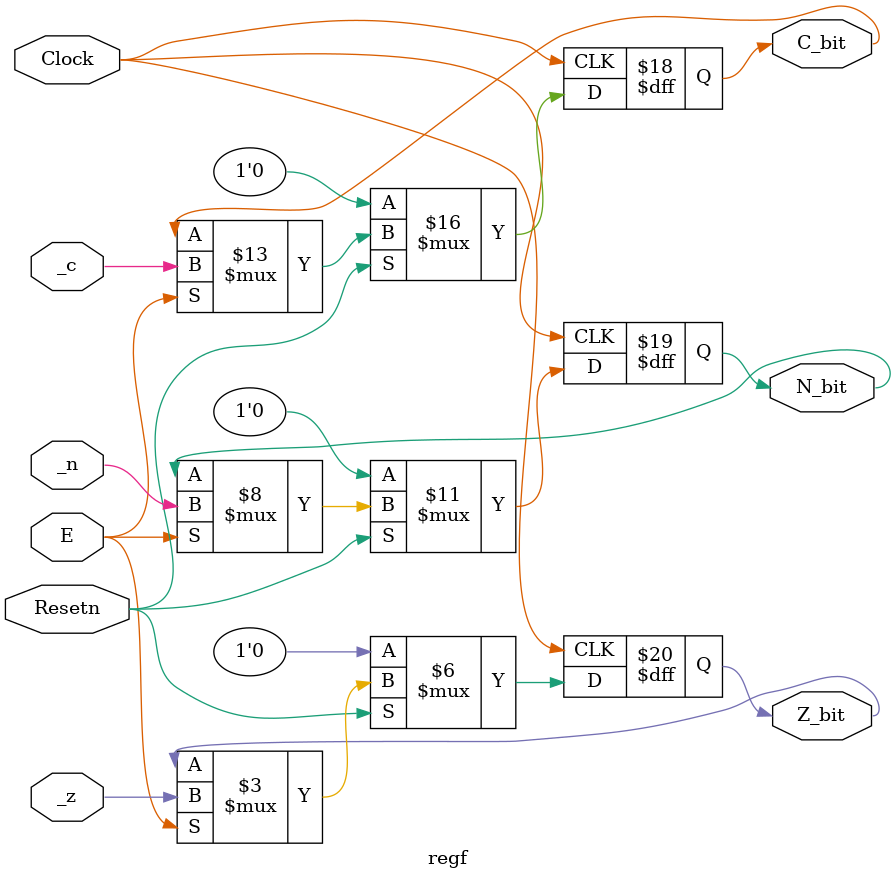
<source format=v>
module proc(DIN, Resetn, Clock, Run, DOUT, ADDR, W);
    input [15:0] DIN;
    input Resetn, Clock, Run;
    output wire [15:0] DOUT;
    output wire [15:0] ADDR;
    output wire W;

    wire [0:7] R_in; // r0, ..., r7 register enables
    reg rX_in, IR_in, ADDR_in, Done, DOUT_in, A_in, G_in, AddSub, ALU_and;
    reg [2:0] Tstep_Q, Tstep_D;
    reg [15:0] BusWires;
    reg [3:0] Select; // BusWires selector
    reg [15:0] Sum;
    wire [2:0] III, rX, rY; // instruction opcode and register operands
    wire [15:0] r0, r1, r2, r3, r4, r5, r6, pc, A;
    wire [15:0] G;
    wire [15:0] IR;
    reg pc_incr;    // used to increment the pc
    reg pc_in;      // used to load the pc
    reg W_D;        // used for write signal
    wire Imm;

    // Condition flags
    reg _n, _z, _c;
    reg F_in;
    reg condition;
    wire N_bit, Z_bit, C_bit;

   
    assign III = IR[15:13];
    assign Imm = IR[12];
    assign rX = IR[11:9];
    assign rY = IR[2:0];
    dec3to8 decX (rX_in, rX, R_in); // produce r0 - r7 register enables

    parameter T0 = 3'b000, T1 = 3'b001, T2 = 3'b010, T3 = 3'b011, T4 = 3'b100, T5 = 3'b101;

    // Control FSM state table
    always @(Tstep_Q, Run, Done)
        case (Tstep_Q)
            T0: // instruction fetch
                if (~Run) Tstep_D = T0;
                else Tstep_D = T1;
            T1: // wait cycle for synchronous memory
                Tstep_D = T2;
            T2: // this time step stores the instruction word in IR
                Tstep_D = T3;
            T3: if (Done) Tstep_D = T0;
                else Tstep_D = T4;
            T4: if (Done) Tstep_D = T0;
                else Tstep_D = T5;
            T5: // instructions end after this time step
                Tstep_D = T0;
            default: Tstep_D = 3'bxxx;
        endcase

    /* OPCODE format: III M XXX DDDDDDDDD, where 
    *     III = instruction, M = Immediate, XXX = rX. If M = 0, DDDDDDDDD = 000000YYY = rY
    *     If M = 1, DDDDDDDDD = #D is the immediate operand 
    *
    *  III M  Instruction   Description
    *  --- -  -----------   -----------
    *  000 0: mv   rX,rY    rX <- rY
    *  000 1: mv   rX,#D    rX <- D (sign extended)
    *  001 1: mvt  rX,#D    rX <- D << 8
    *  010 0: add  rX,rY    rX <- rX + rY
    *  010 1: add  rX,#D    rX <- rX + D
    *  011 0: sub  rX,rY    rX <- rX - rY
    *  011 1: sub  rX,#D    rX <- rX - D
    *  100 0: ld   rX,[rY]  rX <- [rY]
    *  101 0: st   rX,[rY]  [rY] <- rX
    *  110 0: and  rX,rY    rX <- rX & rY
    *  110 1: and  rX,#D    rX <- rX & D */
    parameter mv = 3'b000, mvt = 3'b001, add = 3'b010, sub = 3'b011, ld = 3'b100, st = 3'b101,
	     and_ = 3'b110;
    // selectors for the BusWires multiplexer
    parameter _R0 = 4'b0000, _R1 = 4'b0001, _R2 = 4'b0010, _R3 = 4'b0011, _R4 = 4'b0100,
        _R5 = 4'b0101, _R6 = 4'b0110, _PC = 4'b0111, _G = 4'b1000, 
        _IR8_IR8_0 /* signed-extended immediate data */ = 4'b1001, 
        _IR7_0_0 /* immediate data << 8 */ = 4'b1010,
        _DIN /* data-in from memory */ = 4'b1011;

    // parameter conditions
    parameter B = 3'b000, BEQ = 3'b001, BNE = 3'b010, BCC = 3'b011, BCS = 3'b100, BPL = 3'b101, BMI = 3'b110;

    // Control FSM outputs
    always @(*) begin
        // default values for control signals
        rX_in = 1'b0; A_in = 1'b0; G_in = 1'b0; IR_in = 1'b0; DOUT_in = 1'b0; ADDR_in = 1'b0; 
        Select = 4'bxxxx; AddSub = 1'b0; ALU_and = 1'b0; W_D = 1'b0; Done = 1'b0;
        pc_in = R_in[7] /* default pc enable */; pc_incr = 1'b0; F_in = 1'b0; condition = 1'b0;

        case (Tstep_Q)
            T0: begin // fetch the instruction
                Select = _PC;  // put pc onto the internal bus
                ADDR_in = 1'b1;
                pc_incr = Run; // to increment pc
            end
            T1: // wait cycle for synchronous memory
                ;
            T2: // store instruction on DIN in IR 
                IR_in = 1'b1;
            T3: // define signals in T3
                case (III)
				
                    mv: begin
						if (!Imm) begin			            // Imm = 0 (case 0 => Op2 is register)
				            Select = rY;
			            end
                        else begin			                // Imm = 1 (case 1 => Op2 is immediate constant)
                            Select = _IR8_IR8_0;
                        end

                        rX_in = 1;
                        Done = 1;
                    end
					
                    mvt: begin
                        if (Imm) begin
                            Select = _IR7_0_0;
                            rX_in = 1;
                            Done = 1;
                        end

                        else begin                          // branch condition
                            Select = _PC;
                            A_in = 1;
                            case (rX)

                                B: condition = 1;           // unconditional branch
                                
                                BEQ: begin
                                    if (Z_bit) condition = 1;
                                    else begin
                                        condition = 0;
                                        Done = 1;
                                    end
                                end

                                BNE: begin
                                    if (!Z_bit) condition = 1;
                                    else begin
                                        condition = 0;
                                        Done = 1;
                                    end
                                end

                                BCC: begin
                                    if (!C_bit) condition = 1;
                                    else begin
                                        condition = 0;
                                        Done = 1;
                                    end
                                end

                                BCS: begin
                                    if (C_bit) condition = 1;
                                    else begin
                                        condition = 0;
                                        Done = 1;
                                    end
                                end

                                BPL: begin
                                    if (!N_bit) condition = 1;
                                    else begin
                                        condition = 0;
                                        Done = 1;
                                    end
                                end

                                BMI: begin
                                    if (N_bit) condition = 1;
                                    else begin
                                        condition = 0;
                                        Done = 1;
                                    end
                                end

                            endcase

                        end
                    end
					
					add: begin				                // add = 010
                        Select = rX;
                        A_in = 1;
                    end

                    sub: begin				                // sub = 011
                        Select = rX;
                        A_in = 1;
                    end
					
					and_: begin
						Select = rX;
						A_in = 1;
					end
					
					ld: begin
						Select = rY;
						ADDR_in = 1;
					end
					
					st: begin
						Select = rY;
						ADDR_in = 1;
					end
					
                    default: ;
                endcase
            T4: // define signals T2
                case (III)

                    mvt: begin          // branch condition
                            Select = _IR8_IR8_0;
                            AddSub = 0;
                            G_in = 1;
                    end

                    add: begin
                        if (!Imm) begin
                            Select = rY;
                        end
                        else begin
                            Select = _IR8_IR8_0;
                        end
                        AddSub = 0;
                        G_in = 1;
                        F_in = 1;
                    end
					
                    sub: begin
                        if (!Imm) begin
                            Select = rY;
                        end
                        else begin
                            Select = _IR8_IR8_0;
                        end
                        AddSub = 1;
                        G_in = 1;
                        F_in = 1;
                    end
					
                    and_: begin
                        if (!Imm)
							Select = rY;
					
						else
							Select = _IR8_IR8_0;
						
						ALU_and = 1;
						G_in = 1;
                        F_in = 1;						
                    end
					
                    ld: // wait cycle for synchronous memory
                        ;
						
                    st: begin
                        Select = rX;
						DOUT_in = 1;
						W_D = 1;
						Done = 1;
                    end
					
                    default: ; 
                endcase
				
            T5: // define T3
                case (III)
				
                    mvt: begin          // branch condition
                        Select = _G;
                        pc_in = 1;
                        Done = 1;
                    end

					add: begin
						Select = _G;
						rX_in = 1;
						Done = 1;
					end
					
					sub: begin
						Select = _G;
						rX_in = 1;
						Done = 1;
                    end
					and_: begin
                        Select = _G;
						rX_in = 1;
						Done = 1;
                    end
					
                    ld: begin
                        Select = _DIN;
						rX_in = 1;
						Done = 1;
                    end
					
                    default: ;
                endcase
            default: ;
        endcase
    end   
   
    // Control FSM flip-flops
    always @(posedge Clock)
        if (!Resetn)
            Tstep_Q <= T0;
        else
            Tstep_Q <= Tstep_D;   
   
    regn reg_0 (BusWires, Resetn, R_in[0], Clock, r0);
    regn reg_1 (BusWires, Resetn, R_in[1], Clock, r1);
    regn reg_2 (BusWires, Resetn, R_in[2], Clock, r2);
    regn reg_3 (BusWires, Resetn, R_in[3], Clock, r3);
    regn reg_4 (BusWires, Resetn, R_in[4], Clock, r4);
    regn reg_5 (BusWires, Resetn, R_in[5], Clock, r5);
    regn reg_6 (BusWires, Resetn, R_in[6], Clock, r6);

    // r7 is program counter
    // module pc_count(R, Resetn, Clock, E, L, Q);
    pc_count reg_pc (BusWires, Resetn, Clock, pc_incr, pc_in, pc);

    regn reg_A (BusWires, Resetn, A_in, Clock, A);
    regn reg_DOUT (BusWires, Resetn, DOUT_in, Clock, DOUT);
    regn reg_ADDR (BusWires, Resetn, ADDR_in, Clock, ADDR);
    regn reg_IR (DIN, Resetn, IR_in, Clock, IR);

    flipflop reg_W (W_D, Resetn, Clock, W);
    
    // alu
    always @(*) begin
        if (!ALU_and) begin
            if (!AddSub)                // addition
                {_c, Sum} = A + BusWires;
            else begin                       // subtraction
                {_c, Sum} = A + ~BusWires + 16'b1;
            end
        end
        else
            {_c, Sum} = A & BusWires;
            
        if (Sum == 0)
            _z = 1;
        else
            _z = 0;
        _n = Sum[15];
    end
    regn reg_G (Sum, Resetn, G_in, Clock, G);
    regf reg_F (_c, _n, _z, Resetn, F_in, Clock, C_bit, N_bit, Z_bit);

    // define the internal processor bus
    always @(*)
        case (Select)
            _R0: BusWires = r0;
            _R1: BusWires = r1;
            _R2: BusWires = r2;
            _R3: BusWires = r3;
            _R4: BusWires = r4;
            _R5: BusWires = r5;
            _R6: BusWires = r6;
            _PC: BusWires = pc;
            _G: BusWires = G;
            _IR8_IR8_0: BusWires = {{7{IR[8]}}, IR[8:0]}; // sign extended
            _IR7_0_0: BusWires = {IR[7:0], 8'b0};
            _DIN: BusWires = DIN;
            default: BusWires = 16'bx;
        endcase
endmodule

module pc_count(R, Resetn, Clock, E, L, Q);
    input [15:0] R;
    input Resetn, Clock, E, L;
    output [15:0] Q;
    reg [15:0] Q;
   
    always @(posedge Clock)
        if (!Resetn)
            Q <= 16'b0;
        else if (L)
            Q <= R;
        else if (E)
            Q <= Q + 1'b1;
endmodule

module dec3to8(E, W, Y);
    input E; // enable
    input [2:0] W;
    output [0:7] Y;
    reg [0:7] Y;
   
    always @(*)
        if (E == 0)
            Y = 8'b00000000;
        else
            case (W)
                3'b000: Y = 8'b10000000;
                3'b001: Y = 8'b01000000;
                3'b010: Y = 8'b00100000;
                3'b011: Y = 8'b00010000;
                3'b100: Y = 8'b00001000;
                3'b101: Y = 8'b00000100;
                3'b110: Y = 8'b00000010;
                3'b111: Y = 8'b00000001;
            endcase
endmodule

module regn(R, Resetn, E, Clock, Q);
    parameter n = 16;
    input [n-1:0] R;
    input Resetn, E, Clock;
    output [n-1:0] Q;
    reg [n-1:0] Q;

    always @(posedge Clock)
        if (!Resetn)
            Q <= 0;
        else if (E)
            Q <= R;
endmodule

module regf(_c, _n, _z, Resetn, E, Clock, C_bit, N_bit, Z_bit);
    input _c, _n, _z;
    input Resetn, E, Clock;
    output C_bit, N_bit, Z_bit;
    reg C_bit, N_bit, Z_bit;

    always @(posedge Clock)
        if (!Resetn) begin
            C_bit <= 0;
            N_bit <= 0;
            Z_bit <= 0;
        end
        else if (E) begin
            C_bit <= _c;
            N_bit <= _n;
            Z_bit <= _z;
        end
endmodule

</source>
